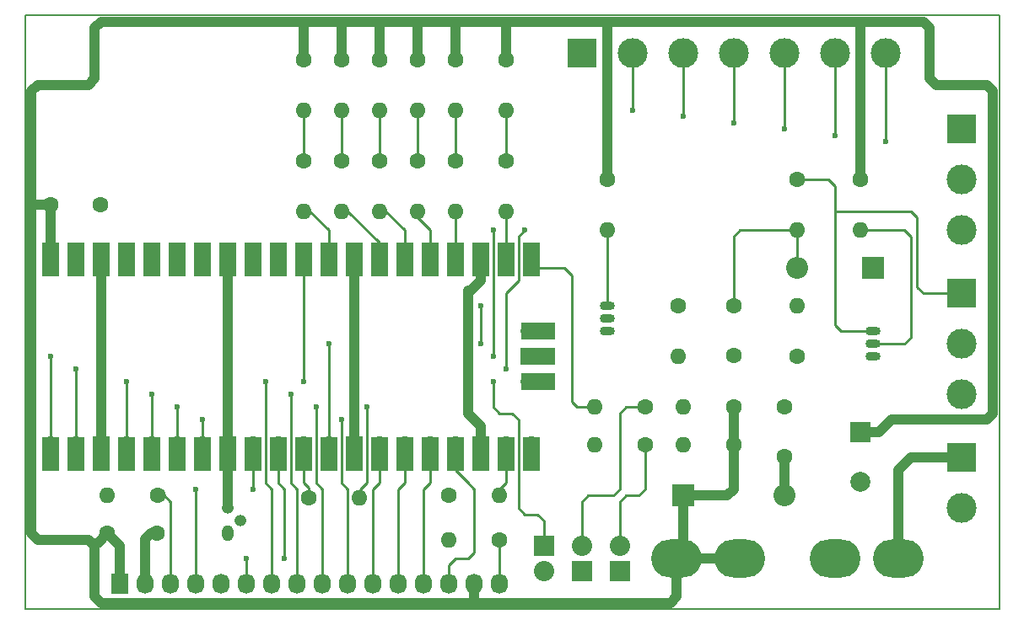
<source format=gbr>
G04 #@! TF.FileFunction,Copper,L1,Top,Signal*
%FSLAX46Y46*%
G04 Gerber Fmt 4.6, Leading zero omitted, Abs format (unit mm)*
G04 Created by KiCad (PCBNEW 4.0.5+dfsg1-4+deb9u1) date Sat Oct  1 11:34:18 2022*
%MOMM*%
%LPD*%
G01*
G04 APERTURE LIST*
%ADD10C,0.100000*%
%ADD11C,0.150000*%
%ADD12O,1.700000X1.700000*%
%ADD13R,1.700000X1.700000*%
%ADD14R,1.700000X3.500000*%
%ADD15R,3.500000X1.700000*%
%ADD16C,1.600000*%
%ADD17O,1.600000X1.600000*%
%ADD18R,3.000000X3.000000*%
%ADD19C,3.000000*%
%ADD20R,1.727200X2.032000*%
%ADD21O,1.727200X2.032000*%
%ADD22R,2.000000X2.000000*%
%ADD23C,2.000000*%
%ADD24R,2.200000X2.200000*%
%ADD25O,2.200000X2.200000*%
%ADD26O,5.080000X3.840000*%
%ADD27R,2.032000X2.032000*%
%ADD28O,2.032000X2.032000*%
%ADD29O,1.501140X0.899160*%
%ADD30O,1.200000X1.600000*%
%ADD31O,1.200000X1.200000*%
%ADD32C,0.800000*%
%ADD33C,0.600000*%
%ADD34C,1.000000*%
%ADD35C,0.250000*%
G04 APERTURE END LIST*
D10*
D11*
X101600000Y-119380000D02*
X101600000Y-59690000D01*
X199390000Y-119380000D02*
X101600000Y-119380000D01*
X199390000Y-59690000D02*
X199390000Y-119380000D01*
X101600000Y-59690000D02*
X199390000Y-59690000D01*
D12*
X104140000Y-102870000D03*
X106680000Y-102870000D03*
D13*
X109220000Y-102870000D03*
D12*
X111760000Y-102870000D03*
X114300000Y-102870000D03*
X116840000Y-102870000D03*
X119380000Y-102870000D03*
D13*
X121920000Y-102870000D03*
D12*
X124460000Y-102870000D03*
X127000000Y-102870000D03*
X129540000Y-102870000D03*
X132080000Y-102870000D03*
D13*
X134620000Y-102870000D03*
D12*
X137160000Y-102870000D03*
X139700000Y-102870000D03*
X142240000Y-102870000D03*
X144780000Y-102870000D03*
D13*
X147320000Y-102870000D03*
D12*
X149860000Y-102870000D03*
X152400000Y-102870000D03*
X152400000Y-85090000D03*
X149860000Y-85090000D03*
D13*
X147320000Y-85090000D03*
D12*
X144780000Y-85090000D03*
X142240000Y-85090000D03*
X139700000Y-85090000D03*
X137160000Y-85090000D03*
D13*
X134620000Y-85090000D03*
D12*
X132080000Y-85090000D03*
X129540000Y-85090000D03*
X127000000Y-85090000D03*
X124460000Y-85090000D03*
D13*
X121920000Y-85090000D03*
D12*
X119380000Y-85090000D03*
X116840000Y-85090000D03*
X114300000Y-85090000D03*
X111760000Y-85090000D03*
D13*
X109220000Y-85090000D03*
D12*
X106680000Y-85090000D03*
X104140000Y-85090000D03*
D14*
X104140000Y-103770000D03*
X106680000Y-103770000D03*
X109220000Y-103770000D03*
X111760000Y-103770000D03*
X114300000Y-103770000D03*
X116840000Y-103770000D03*
X119380000Y-103770000D03*
X121920000Y-103770000D03*
X124460000Y-103770000D03*
X127000000Y-103770000D03*
X129540000Y-103770000D03*
X132080000Y-103770000D03*
X134620000Y-103770000D03*
X137160000Y-103770000D03*
X139700000Y-103770000D03*
X142240000Y-103770000D03*
X144780000Y-103770000D03*
X147320000Y-103770000D03*
X149860000Y-103770000D03*
X152400000Y-103770000D03*
X104140000Y-84190000D03*
X106680000Y-84190000D03*
X109220000Y-84190000D03*
X111760000Y-84190000D03*
X114300000Y-84190000D03*
X116840000Y-84190000D03*
X119380000Y-84190000D03*
X121920000Y-84190000D03*
X124460000Y-84190000D03*
X127000000Y-84190000D03*
X129540000Y-84190000D03*
X132080000Y-84190000D03*
X134620000Y-84190000D03*
X137160000Y-84190000D03*
X139700000Y-84190000D03*
X142240000Y-84190000D03*
X144780000Y-84190000D03*
X147320000Y-84190000D03*
X149860000Y-84190000D03*
X152400000Y-84190000D03*
D15*
X153070000Y-96520000D03*
D12*
X152170000Y-96520000D03*
D15*
X153070000Y-93980000D03*
D13*
X152170000Y-93980000D03*
D15*
X153070000Y-91440000D03*
D12*
X152170000Y-91440000D03*
D16*
X149225000Y-112395000D03*
D17*
X144145000Y-112395000D03*
D18*
X195580000Y-87630000D03*
D19*
X195580000Y-92710000D03*
X195580000Y-97790000D03*
D20*
X111125000Y-116840000D03*
D21*
X113665000Y-116840000D03*
X116205000Y-116840000D03*
X118745000Y-116840000D03*
X121285000Y-116840000D03*
X123825000Y-116840000D03*
X126365000Y-116840000D03*
X128905000Y-116840000D03*
X131445000Y-116840000D03*
X133985000Y-116840000D03*
X136525000Y-116840000D03*
X139065000Y-116840000D03*
X141605000Y-116840000D03*
X144145000Y-116840000D03*
X146685000Y-116840000D03*
X149225000Y-116840000D03*
D22*
X185420000Y-101600000D03*
D23*
X185420000Y-106600000D03*
D16*
X109855000Y-111760000D03*
X114855000Y-111760000D03*
X172720000Y-88900000D03*
X172720000Y-93900000D03*
X104140000Y-78740000D03*
X109140000Y-78740000D03*
X177800000Y-99060000D03*
X177800000Y-104060000D03*
D24*
X167640000Y-107950000D03*
D25*
X177800000Y-107950000D03*
D24*
X186690000Y-85090000D03*
D25*
X179070000Y-85090000D03*
D26*
X189230000Y-114300000D03*
X182880000Y-114300000D03*
X173355000Y-114300000D03*
X167005000Y-114300000D03*
D18*
X195580000Y-104140000D03*
D19*
X195580000Y-109220000D03*
D18*
X195580000Y-71120000D03*
D19*
X195580000Y-76200000D03*
X195580000Y-81280000D03*
D27*
X153670000Y-113030000D03*
D28*
X153670000Y-115570000D03*
D27*
X157480000Y-115570000D03*
D28*
X157480000Y-113030000D03*
D27*
X161290000Y-115570000D03*
D28*
X161290000Y-113030000D03*
D19*
X182880000Y-63500000D03*
X162560000Y-63500000D03*
X167640000Y-63500000D03*
D18*
X157480000Y-63500000D03*
D19*
X172720000Y-63500000D03*
X177800000Y-63500000D03*
X187960000Y-63500000D03*
D16*
X179070000Y-76200000D03*
D17*
X179070000Y-81280000D03*
D16*
X179070000Y-93980000D03*
D17*
X179070000Y-88900000D03*
D16*
X185420000Y-76200000D03*
D17*
X185420000Y-81280000D03*
D16*
X167132000Y-88900000D03*
D17*
X167132000Y-93980000D03*
D16*
X130048000Y-108204000D03*
D17*
X135128000Y-108204000D03*
D16*
X160020000Y-76200000D03*
D17*
X160020000Y-81280000D03*
D16*
X114935000Y-107950000D03*
D17*
X109855000Y-107950000D03*
D16*
X144145000Y-107950000D03*
D17*
X149225000Y-107950000D03*
D29*
X186690000Y-92710000D03*
X186690000Y-91440000D03*
X186690000Y-93980000D03*
X160020000Y-90170000D03*
X160020000Y-91440000D03*
X160020000Y-88900000D03*
D30*
X121920000Y-111760000D03*
D31*
X123190000Y-110490000D03*
X121920000Y-109220000D03*
D16*
X129540000Y-74295000D03*
D17*
X129540000Y-79375000D03*
D16*
X133350000Y-74295000D03*
D17*
X133350000Y-79375000D03*
D16*
X137160000Y-74295000D03*
D17*
X137160000Y-79375000D03*
D16*
X140970000Y-74295000D03*
D17*
X140970000Y-79375000D03*
D16*
X144780000Y-74295000D03*
D17*
X144780000Y-79375000D03*
D16*
X149860000Y-74295000D03*
D17*
X149860000Y-79375000D03*
D16*
X163830000Y-99060000D03*
D17*
X158750000Y-99060000D03*
D16*
X163830000Y-102870000D03*
D17*
X158750000Y-102870000D03*
D16*
X129540000Y-64135000D03*
D17*
X129540000Y-69215000D03*
D16*
X133350000Y-64135000D03*
D17*
X133350000Y-69215000D03*
D16*
X137160000Y-64135000D03*
D17*
X137160000Y-69215000D03*
D16*
X140970000Y-64135000D03*
D17*
X140970000Y-69215000D03*
D16*
X144780000Y-64135000D03*
D17*
X144780000Y-69215000D03*
D16*
X149860000Y-64135000D03*
D17*
X149860000Y-69215000D03*
D16*
X172720000Y-99060000D03*
D17*
X167640000Y-99060000D03*
D16*
X172720000Y-102870000D03*
D17*
X167640000Y-102870000D03*
D32*
X146304000Y-87376000D03*
X109220000Y-87376000D03*
X121920000Y-87376000D03*
X134620000Y-87376000D03*
D33*
X135890000Y-99060000D03*
X124460000Y-107315000D03*
X118745000Y-107315000D03*
X127635000Y-114300000D03*
X123825000Y-114300000D03*
X125730000Y-96520000D03*
X111760000Y-96520000D03*
X114300000Y-97790000D03*
X128270000Y-97790000D03*
X130810000Y-99060000D03*
X116840000Y-99060000D03*
X133350000Y-100330000D03*
X119380000Y-100330000D03*
X129540000Y-96520000D03*
X148590000Y-96520000D03*
X147320000Y-92710000D03*
X147320000Y-88900000D03*
X132080000Y-92710000D03*
X148590000Y-81280000D03*
X148590000Y-93980000D03*
X104140000Y-93980000D03*
X149860000Y-95250000D03*
X106680000Y-95250000D03*
X151765000Y-81280000D03*
X182880000Y-71755000D03*
X162560000Y-69215000D03*
X167640000Y-69850000D03*
X172720000Y-70485000D03*
X177800000Y-71120000D03*
X187960000Y-72390000D03*
D34*
X185420000Y-76200000D02*
X185420000Y-66040000D01*
X185420000Y-66040000D02*
X185420000Y-60325000D01*
X160020000Y-76200000D02*
X160020000Y-60325000D01*
X185420000Y-101600000D02*
X187325000Y-101600000D01*
X198120000Y-100330000D02*
X198755000Y-99695000D01*
X188595000Y-100330000D02*
X198120000Y-100330000D01*
X187325000Y-101600000D02*
X188595000Y-100330000D01*
X129540000Y-64135000D02*
X129540000Y-60325000D01*
X133350000Y-64135000D02*
X133350000Y-60325000D01*
X137160000Y-64135000D02*
X137160000Y-60325000D01*
X140970000Y-64135000D02*
X140970000Y-60325000D01*
X144780000Y-64135000D02*
X144780000Y-60325000D01*
X149860000Y-64135000D02*
X149860000Y-60325000D01*
X111125000Y-113030000D02*
X111125000Y-116840000D01*
X109855000Y-111760000D02*
X111125000Y-113030000D01*
X108585000Y-112712500D02*
X108902500Y-112712500D01*
X108902500Y-112712500D02*
X109855000Y-111760000D01*
X102235000Y-78740000D02*
X104140000Y-78740000D01*
X104140000Y-85090000D02*
X104140000Y-78740000D01*
X173355000Y-114300000D02*
X167005000Y-114300000D01*
X146685000Y-116840000D02*
X146685000Y-118745000D01*
X147320000Y-118745000D02*
X146685000Y-118745000D01*
X167005000Y-118110000D02*
X166370000Y-118745000D01*
X166370000Y-118745000D02*
X147320000Y-118745000D01*
X167005000Y-114300000D02*
X167005000Y-118110000D01*
X146685000Y-118745000D02*
X146050000Y-118745000D01*
X146050000Y-118745000D02*
X111125000Y-118745000D01*
X147955000Y-60325000D02*
X144780000Y-60325000D01*
X144780000Y-60325000D02*
X140970000Y-60325000D01*
X140970000Y-60325000D02*
X137160000Y-60325000D01*
X137160000Y-60325000D02*
X133350000Y-60325000D01*
X133350000Y-60325000D02*
X129540000Y-60325000D01*
X129540000Y-60325000D02*
X109220000Y-60325000D01*
X108585000Y-118110000D02*
X109220000Y-118745000D01*
X108585000Y-113030000D02*
X108585000Y-112712500D01*
X108585000Y-112712500D02*
X108585000Y-118110000D01*
X109220000Y-118745000D02*
X111125000Y-118745000D01*
X198755000Y-67310000D02*
X198120000Y-66675000D01*
X198755000Y-99695000D02*
X198755000Y-67310000D01*
X191770000Y-60325000D02*
X185420000Y-60325000D01*
X185420000Y-60325000D02*
X160020000Y-60325000D01*
X160020000Y-60325000D02*
X149860000Y-60325000D01*
X192405000Y-60960000D02*
X191770000Y-60325000D01*
X192405000Y-66040000D02*
X192405000Y-60960000D01*
X193040000Y-66675000D02*
X192405000Y-66040000D01*
X198120000Y-66675000D02*
X193040000Y-66675000D01*
X149860000Y-60325000D02*
X147955000Y-60325000D01*
X107950000Y-112395000D02*
X108585000Y-113030000D01*
X107315000Y-112395000D02*
X107950000Y-112395000D01*
X102870000Y-112395000D02*
X107315000Y-112395000D01*
X102235000Y-111760000D02*
X102870000Y-112395000D01*
X102235000Y-67310000D02*
X102235000Y-78740000D01*
X102235000Y-78740000D02*
X102235000Y-111760000D01*
X102870000Y-66675000D02*
X102235000Y-67310000D01*
X107950000Y-66675000D02*
X102870000Y-66675000D01*
X108585000Y-66040000D02*
X107950000Y-66675000D01*
X108585000Y-60960000D02*
X108585000Y-66040000D01*
X109220000Y-60325000D02*
X108585000Y-60960000D01*
X167640000Y-107950000D02*
X172085000Y-107950000D01*
X172720000Y-107315000D02*
X172720000Y-102870000D01*
X172085000Y-107950000D02*
X172720000Y-107315000D01*
X172720000Y-102870000D02*
X172720000Y-99060000D01*
X167640000Y-107950000D02*
X167640000Y-113665000D01*
X167640000Y-113665000D02*
X167005000Y-114300000D01*
X146304000Y-87376000D02*
X146050000Y-87376000D01*
X146050000Y-87630000D02*
X146050000Y-87376000D01*
X147320000Y-85090000D02*
X147320000Y-86360000D01*
X147320000Y-86360000D02*
X146050000Y-87630000D01*
X146050000Y-87376000D02*
X146050000Y-90170000D01*
X147320000Y-100965000D02*
X147320000Y-102870000D01*
X146050000Y-99695000D02*
X147320000Y-100965000D01*
X146050000Y-90170000D02*
X146050000Y-99695000D01*
X134620000Y-85090000D02*
X134620000Y-87376000D01*
X134620000Y-102870000D02*
X134620000Y-87376000D01*
X109220000Y-102870000D02*
X109220000Y-87376000D01*
X109220000Y-87376000D02*
X109220000Y-85090000D01*
X121920000Y-102870000D02*
X121920000Y-87376000D01*
X121920000Y-87376000D02*
X121920000Y-85090000D01*
X121920000Y-109220000D02*
X121920000Y-102870000D01*
X113665000Y-116840000D02*
X113665000Y-112315000D01*
X113665000Y-112315000D02*
X114220000Y-111760000D01*
X185420000Y-106600000D02*
X185500000Y-106600000D01*
X177800000Y-104060000D02*
X177800000Y-107950000D01*
X195580000Y-104140000D02*
X191770000Y-104140000D01*
X191770000Y-104140000D02*
X190500000Y-104140000D01*
X190500000Y-104140000D02*
X189230000Y-105410000D01*
X189230000Y-105410000D02*
X189230000Y-114300000D01*
D35*
X185420000Y-81280000D02*
X189865000Y-81280000D01*
X189865000Y-92710000D02*
X190500000Y-92075000D01*
X190500000Y-92075000D02*
X190500000Y-83185000D01*
X186690000Y-92710000D02*
X189865000Y-92710000D01*
X189865000Y-81280000D02*
X190500000Y-81915000D01*
X190500000Y-81915000D02*
X190500000Y-83185000D01*
X135890000Y-106680000D02*
X135890000Y-99060000D01*
X135255000Y-107315000D02*
X135890000Y-106680000D01*
X135255000Y-108077000D02*
X135255000Y-107315000D01*
X135128000Y-108204000D02*
X135255000Y-108077000D01*
X185547000Y-81407000D02*
X185420000Y-81280000D01*
X118745000Y-116840000D02*
X118745000Y-107315000D01*
X124460000Y-107315000D02*
X124460000Y-102870000D01*
X123825000Y-116840000D02*
X123825000Y-114300000D01*
X127000000Y-106680000D02*
X127000000Y-102870000D01*
X127635000Y-107315000D02*
X127000000Y-106680000D01*
X127635000Y-114300000D02*
X127635000Y-107315000D01*
X111760000Y-102870000D02*
X111760000Y-96520000D01*
X126365000Y-107315000D02*
X125730000Y-106680000D01*
X125730000Y-106680000D02*
X125730000Y-100965000D01*
X126365000Y-107315000D02*
X126365000Y-117475000D01*
X125730000Y-96520000D02*
X125730000Y-100965000D01*
X128270000Y-100330000D02*
X128270000Y-97790000D01*
X128905000Y-107315000D02*
X128270000Y-106680000D01*
X128270000Y-106680000D02*
X128270000Y-100330000D01*
X128905000Y-116840000D02*
X128905000Y-107315000D01*
X114300000Y-97790000D02*
X114300000Y-102870000D01*
X116840000Y-102870000D02*
X116840000Y-99060000D01*
X130810000Y-99060000D02*
X130810000Y-100965000D01*
X131445000Y-116840000D02*
X131445000Y-107315000D01*
X130810000Y-106680000D02*
X130810000Y-100965000D01*
X130810000Y-100965000D02*
X130810000Y-100330000D01*
X131445000Y-107315000D02*
X130810000Y-106680000D01*
X119380000Y-102870000D02*
X119380000Y-100330000D01*
X133985000Y-107315000D02*
X133350000Y-106680000D01*
X133350000Y-106680000D02*
X133350000Y-100330000D01*
X133985000Y-107315000D02*
X133985000Y-116840000D01*
X136525000Y-116840000D02*
X136525000Y-107315000D01*
X137160000Y-106680000D02*
X137160000Y-102870000D01*
X136525000Y-107315000D02*
X137160000Y-106680000D01*
X139065000Y-116840000D02*
X139065000Y-107315000D01*
X139700000Y-106680000D02*
X139700000Y-102870000D01*
X139065000Y-107315000D02*
X139700000Y-106680000D01*
X141605000Y-116840000D02*
X141605000Y-107315000D01*
X142240000Y-106680000D02*
X142240000Y-102870000D01*
X141605000Y-107315000D02*
X142240000Y-106680000D01*
X141605000Y-116205000D02*
X141605000Y-116205000D01*
X142240000Y-105410000D02*
X142240000Y-102235000D01*
X144145000Y-116840000D02*
X144145000Y-114935000D01*
X146050000Y-106680000D02*
X144780000Y-105410000D01*
X146685000Y-107315000D02*
X146050000Y-106680000D01*
X146685000Y-113665000D02*
X146685000Y-107315000D01*
X146050000Y-114300000D02*
X146685000Y-113665000D01*
X144780000Y-114300000D02*
X146050000Y-114300000D01*
X144145000Y-114935000D02*
X144780000Y-114300000D01*
X144780000Y-105410000D02*
X144780000Y-102870000D01*
X144780000Y-105410000D02*
X144780000Y-102870000D01*
X151130000Y-100330000D02*
X150495000Y-99695000D01*
X153670000Y-110490000D02*
X153035000Y-109855000D01*
X153035000Y-109855000D02*
X152400000Y-109855000D01*
X152400000Y-109855000D02*
X151765000Y-109855000D01*
X151765000Y-109855000D02*
X151130000Y-109220000D01*
X151130000Y-109220000D02*
X151130000Y-100330000D01*
X153670000Y-113030000D02*
X153670000Y-110490000D01*
X129540000Y-96520000D02*
X129540000Y-85090000D01*
X148590000Y-99060000D02*
X148590000Y-96520000D01*
X149225000Y-99695000D02*
X148590000Y-99060000D01*
X150495000Y-99695000D02*
X149225000Y-99695000D01*
X132080000Y-102870000D02*
X132080000Y-92710000D01*
X147320000Y-88900000D02*
X147320000Y-92710000D01*
X160020000Y-88900000D02*
X160020000Y-81280000D01*
X149225000Y-107950000D02*
X149225000Y-107315000D01*
X149225000Y-107315000D02*
X149860000Y-106680000D01*
X149860000Y-106680000D02*
X149860000Y-102870000D01*
X130048000Y-108204000D02*
X130048000Y-107188000D01*
X129540000Y-106680000D02*
X129540000Y-102870000D01*
X130048000Y-107188000D02*
X129540000Y-106680000D01*
X179070000Y-81280000D02*
X173355000Y-81280000D01*
X172720000Y-81915000D02*
X172720000Y-82550000D01*
X173355000Y-81280000D02*
X172720000Y-81915000D01*
X179070000Y-85090000D02*
X179070000Y-81280000D01*
X172720000Y-88900000D02*
X172720000Y-82804000D01*
X172720000Y-82804000D02*
X172720000Y-82550000D01*
X148590000Y-93980000D02*
X148590000Y-81280000D01*
X104140000Y-102870000D02*
X104140000Y-93980000D01*
X149860000Y-95250000D02*
X149860000Y-87630000D01*
X149860000Y-87630000D02*
X150495000Y-86995000D01*
X150495000Y-86995000D02*
X151130000Y-86360000D01*
X151130000Y-86360000D02*
X151130000Y-81915000D01*
X106680000Y-95250000D02*
X106680000Y-102870000D01*
X151765000Y-81280000D02*
X151130000Y-81915000D01*
X195580000Y-87630000D02*
X191770000Y-87630000D01*
X190500000Y-79375000D02*
X182880000Y-79375000D01*
X191135000Y-80010000D02*
X190500000Y-79375000D01*
X191135000Y-86995000D02*
X191135000Y-80010000D01*
X191770000Y-87630000D02*
X191135000Y-86995000D01*
X179070000Y-76200000D02*
X182245000Y-76200000D01*
X182880000Y-76835000D02*
X182880000Y-77470000D01*
X182245000Y-76200000D02*
X182880000Y-76835000D01*
X186690000Y-91440000D02*
X183515000Y-91440000D01*
X182880000Y-90805000D02*
X182880000Y-90170000D01*
X183515000Y-91440000D02*
X182880000Y-90805000D01*
X182880000Y-89916000D02*
X182880000Y-90170000D01*
X182880000Y-77724000D02*
X182880000Y-79375000D01*
X182880000Y-79375000D02*
X182880000Y-89916000D01*
X182880000Y-77470000D02*
X182880000Y-77724000D01*
X182880000Y-71755000D02*
X182880000Y-63500000D01*
X133350000Y-69215000D02*
X133350000Y-74295000D01*
X162560000Y-69215000D02*
X162560000Y-63500000D01*
X149860000Y-69215000D02*
X149860000Y-74295000D01*
X167640000Y-63500000D02*
X167640000Y-69850000D01*
X144780000Y-74295000D02*
X144780000Y-69215000D01*
X172720000Y-70485000D02*
X172720000Y-63500000D01*
X140970000Y-69215000D02*
X140970000Y-74295000D01*
X177800000Y-63500000D02*
X177800000Y-71120000D01*
X137160000Y-74295000D02*
X137160000Y-69215000D01*
X187960000Y-63500000D02*
X187960000Y-72390000D01*
X129540000Y-74295000D02*
X129540000Y-69215000D01*
X161290000Y-101600000D02*
X161290000Y-100330000D01*
X161925000Y-99060000D02*
X163830000Y-99060000D01*
X161290000Y-99695000D02*
X161925000Y-99060000D01*
X161290000Y-100330000D02*
X161290000Y-99695000D01*
X157480000Y-113030000D02*
X157480000Y-108585000D01*
X160655000Y-107950000D02*
X161290000Y-107315000D01*
X158115000Y-107950000D02*
X160655000Y-107950000D01*
X157480000Y-108585000D02*
X158115000Y-107950000D01*
X161290000Y-107315000D02*
X161290000Y-101600000D01*
X161290000Y-113030000D02*
X161290000Y-108585000D01*
X163195000Y-107950000D02*
X163830000Y-107315000D01*
X161925000Y-107950000D02*
X163195000Y-107950000D01*
X161290000Y-108585000D02*
X161925000Y-107950000D01*
X163830000Y-102870000D02*
X163830000Y-107315000D01*
X114935000Y-107950000D02*
X115570000Y-107950000D01*
X116205000Y-108585000D02*
X116205000Y-116840000D01*
X115570000Y-107950000D02*
X116205000Y-108585000D01*
X149225000Y-116840000D02*
X149225000Y-112395000D01*
X129540000Y-79375000D02*
X130175000Y-79375000D01*
X130175000Y-79375000D02*
X132080000Y-81280000D01*
X132080000Y-81280000D02*
X132080000Y-85090000D01*
X133350000Y-79375000D02*
X133985000Y-79375000D01*
X133985000Y-79375000D02*
X137160000Y-82550000D01*
X137160000Y-82550000D02*
X137160000Y-85090000D01*
X137160000Y-79375000D02*
X137795000Y-79375000D01*
X137795000Y-79375000D02*
X139700000Y-81280000D01*
X139700000Y-81280000D02*
X139700000Y-85090000D01*
X140970000Y-79375000D02*
X140970000Y-80010000D01*
X140970000Y-80010000D02*
X142240000Y-81280000D01*
X142240000Y-81280000D02*
X142240000Y-85090000D01*
X144780000Y-79375000D02*
X144780000Y-85090000D01*
X149860000Y-79375000D02*
X149860000Y-85090000D01*
X155956000Y-85344000D02*
X155702000Y-85090000D01*
X156972000Y-99060000D02*
X156464000Y-98552000D01*
X156464000Y-98552000D02*
X156464000Y-85852000D01*
X156464000Y-85852000D02*
X155956000Y-85344000D01*
X158750000Y-99060000D02*
X156972000Y-99060000D01*
X155702000Y-85090000D02*
X152400000Y-85090000D01*
M02*

</source>
